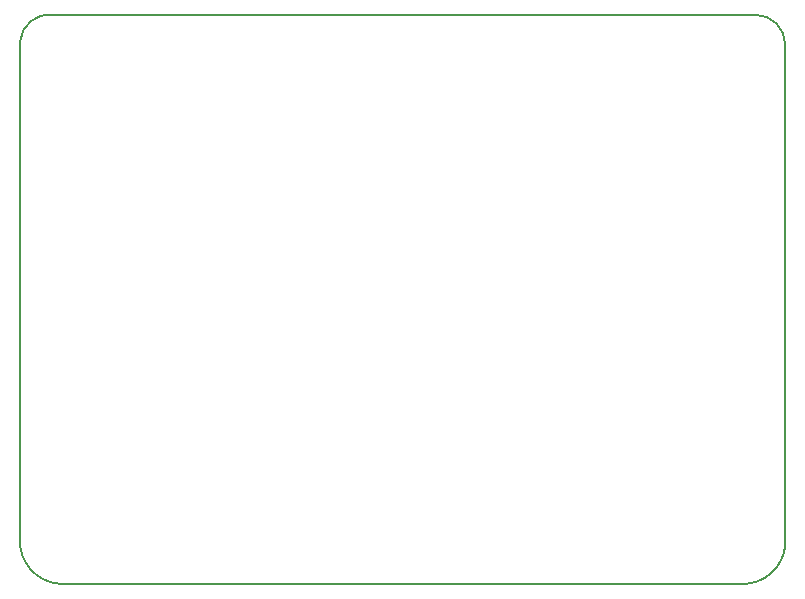
<source format=gbr>
G04 #@! TF.FileFunction,Profile,NP*
%FSLAX46Y46*%
G04 Gerber Fmt 4.6, Leading zero omitted, Abs format (unit mm)*
G04 Created by KiCad (PCBNEW 4.0.5+dfsg1-4) date Wed Feb 14 20:28:42 2018*
%MOMM*%
%LPD*%
G01*
G04 APERTURE LIST*
%ADD10C,0.100000*%
%ADD11C,0.150000*%
G04 APERTURE END LIST*
D10*
D11*
X180800000Y-132800000D02*
X180800000Y-128400000D01*
X119400000Y-136200000D02*
X177000000Y-136200000D01*
X116000000Y-128000000D02*
X116000000Y-132400000D01*
X116000000Y-90200000D02*
X116000000Y-128000000D01*
X178200000Y-88000000D02*
X118800000Y-88000000D01*
X116000000Y-132400000D02*
G75*
G03X119400000Y-136200000I3600000J-200000D01*
G01*
X177000000Y-136200000D02*
G75*
G03X180800000Y-132800000I200000J3600000D01*
G01*
X180800000Y-90600000D02*
X180800000Y-128400000D01*
X180800000Y-90600000D02*
G75*
G03X178200000Y-88000000I-2600000J0D01*
G01*
X118750000Y-88000000D02*
G75*
G03X116000000Y-90250000I-250000J-2500000D01*
G01*
M02*

</source>
